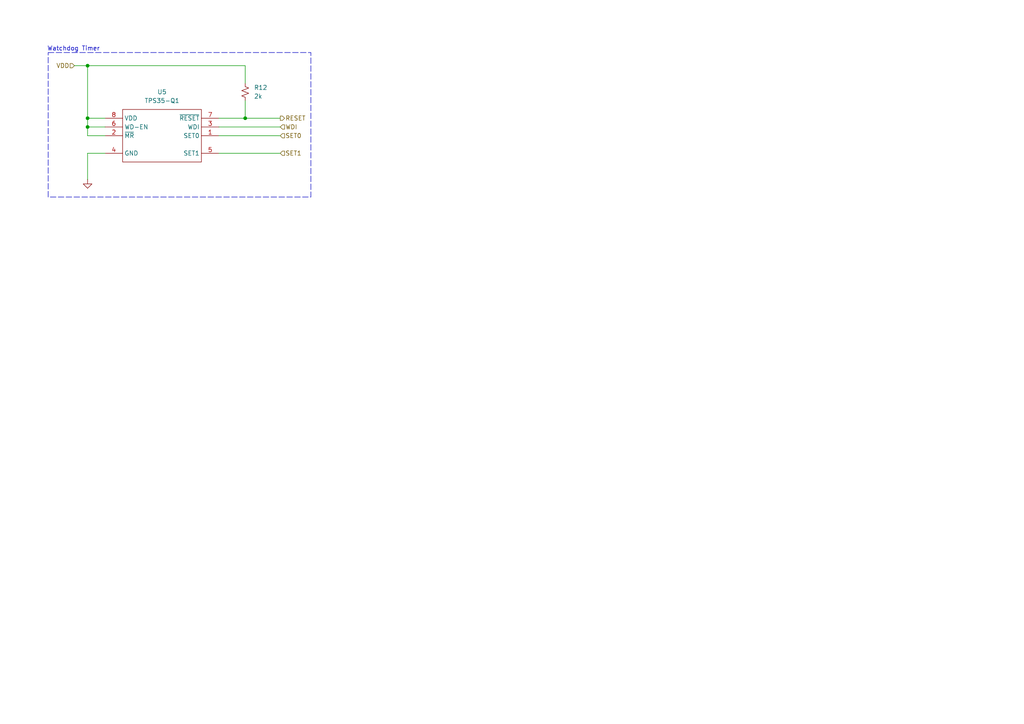
<source format=kicad_sch>
(kicad_sch (version 20250114) (generator "eeschema") (generator_version "9.0")
  (paper "A4")
  (lib_symbols
    (symbol "Device:R_Small_US" (pin_numbers (hide yes)) (pin_names (offset 0.254) (hide yes))
      (property "Reference" "R" (at 0.762 0.508 0))
      (property "Value" "R_Small_US" (at 0.762 -1.016 0))
      (symbol "R_Small_US_1_1"
        (polyline (pts (xy 0 1.524) (xy 1.016 1.143) (xy 0 0.762) (xy -1.016 0.381) (xy 0 0)))
        (polyline (pts (xy 0 0) (xy 1.016 -0.381) (xy 0 -0.762) (xy -1.016 -1.143) (xy 0 -1.524)))
        (pin passive line (at 0 2.54 270) (length 1.016) (name "~") (number "1"))
        (pin passive line (at 0 -2.54 90) (length 1.016) (name "~") (number "2"))
      )
    )
    (symbol "EPS:TPS35-Q1"
      (property "Reference" "U" (at -10.668 1.27 0))
      (property "Value" "TPS35-Q1" (at -6.604 -16.764 0))
      (symbol "TPS35-Q1_0_1"
        (rectangle (start -11.43 0) (end 11.43 -15.24))
      )
      (symbol "TPS35-Q1_1_1"
        (pin power_in line (at -16.51 -2.54 0) (length 5.08) (name "VDD") (number "8"))
        (pin input line (at -16.51 -5.08 0) (length 5.08) (name "WD-EN") (number "6"))
        (pin input line (at -16.51 -7.62 0) (length 5.08) (name "~{MR}") (number "2"))
        (pin power_out line (at -16.51 -12.7 0) (length 5.08) (name "GND") (number "4"))
        (pin output line (at 16.51 -2.54 180) (length 5.08) (name "~{RESET}") (number "7"))
        (pin input line (at 16.51 -5.08 180) (length 5.08) (name "WDI") (number "3"))
        (pin input line (at 16.51 -7.62 180) (length 5.08) (name "SET0") (number "1"))
        (pin input line (at 16.51 -12.7 180) (length 5.08) (name "SET1") (number "5"))
      )
    )
    (symbol "power:GND" (power) (pin_numbers (hide yes)) (pin_names (offset 0) (hide yes))
      (property "Value" "GND" (at 0 -3.81 0))
      (symbol "GND_0_1"
        (polyline (pts (xy 0 0) (xy 0 -1.27) (xy 1.27 -1.27) (xy 0 -2.54) (xy -1.27 -1.27) (xy 0 -1.27)))
      )
      (symbol "GND_1_1"
        (pin power_in line (at 0 0 270) (length 0) (name "~") (number "1"))
      )
    )
  )
  (rectangle (start 13.97 15.24) (end 90.17 57.15) (stroke (width 0) (type dash)))
  (text "Watchdog Timer" (at 21.336 14.224 0) (effects (font (size 1.27 1.27))))
  (junction (at 25.4 19.05))
  (junction (at 71.12 34.29))
  (junction (at 25.4 36.83))
  (junction (at 25.4 34.29))
  (wire (pts (xy 25.4 39.37) (xy 30.48 39.37)))
  (wire (pts (xy 71.12 29.21) (xy 71.12 34.29)))
  (wire (pts (xy 63.5 34.29) (xy 71.12 34.29)))
  (wire (pts (xy 25.4 34.29) (xy 30.48 34.29)))
  (wire (pts (xy 25.4 19.05) (xy 25.4 34.29)))
  (wire (pts (xy 25.4 34.29) (xy 25.4 36.83)))
  (wire (pts (xy 63.5 44.45) (xy 81.28 44.45)))
  (wire (pts (xy 63.5 36.83) (xy 81.28 36.83)))
  (wire (pts (xy 21.59 19.05) (xy 25.4 19.05)))
  (wire (pts (xy 71.12 34.29) (xy 81.28 34.29)))
  (wire (pts (xy 63.5 39.37) (xy 81.28 39.37)))
  (wire (pts (xy 25.4 19.05) (xy 71.12 19.05)))
  (wire (pts (xy 25.4 44.45) (xy 25.4 52.07)))
  (wire (pts (xy 71.12 19.05) (xy 71.12 24.13)))
  (wire (pts (xy 30.48 44.45) (xy 25.4 44.45)))
  (wire (pts (xy 25.4 36.83) (xy 25.4 39.37)))
  (wire (pts (xy 25.4 36.83) (xy 30.48 36.83)))
  (hierarchical_label "VDD" (shape input) (at 21.59 19.05 180))
  (hierarchical_label "RESET" (shape output) (at 81.28 34.29 0))
  (hierarchical_label "WDI" (shape input) (at 81.28 36.83 0))
  (hierarchical_label "SET0" (shape input) (at 81.28 39.37 0))
  (hierarchical_label "SET1" (shape input) (at 81.28 44.45 0))
  (symbol (lib_id "EPS:TPS35-Q1") (at 46.99 31.75 0) (unit 1)
    (property "Reference" "U5" (at 46.99 26.67 0))
    (property "Value" "TPS35-Q1" (at 46.99 29.21 0))
  )
  (symbol (lib_id "power:GND") (at 25.4 52.07 0) (unit 1)
    (property "Reference" "#PWR030" (effects (hide yes)))
    (property "Value" "GND" (effects (hide yes)))
    (property "Description" "Power symbol creates a global label with name \"GND\" , ground" (effects (hide yes)))
  )
  (symbol (lib_id "Device:R_Small_US") (at 71.12 26.67 0) (unit 1)
    (property "Reference" "R12" (at 73.66 25.3999 0) (effects (justify left)))
    (property "Value" "2k" (at 73.66 27.9399 0) (effects (justify left)))
    (property "Description" "Resistor, small US symbol" (effects (hide yes)))
  )
)
</source>
